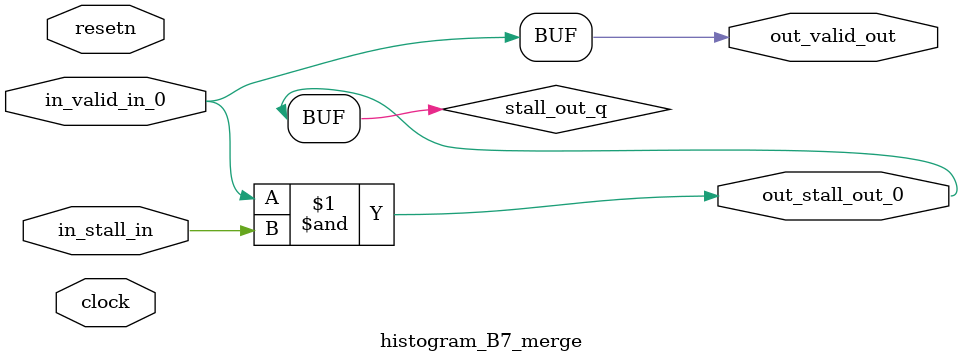
<source format=sv>



(* altera_attribute = "-name AUTO_SHIFT_REGISTER_RECOGNITION OFF; -name MESSAGE_DISABLE 10036; -name MESSAGE_DISABLE 10037; -name MESSAGE_DISABLE 14130; -name MESSAGE_DISABLE 14320; -name MESSAGE_DISABLE 15400; -name MESSAGE_DISABLE 14130; -name MESSAGE_DISABLE 10036; -name MESSAGE_DISABLE 12020; -name MESSAGE_DISABLE 12030; -name MESSAGE_DISABLE 12010; -name MESSAGE_DISABLE 12110; -name MESSAGE_DISABLE 14320; -name MESSAGE_DISABLE 13410; -name MESSAGE_DISABLE 113007; -name MESSAGE_DISABLE 10958" *)
module histogram_B7_merge (
    input wire [0:0] in_stall_in,
    input wire [0:0] in_valid_in_0,
    output wire [0:0] out_stall_out_0,
    output wire [0:0] out_valid_out,
    input wire clock,
    input wire resetn
    );

    wire [0:0] stall_out_q;


    // stall_out(LOGICAL,6)
    assign stall_out_q = in_valid_in_0 & in_stall_in;

    // out_stall_out_0(GPOUT,4)
    assign out_stall_out_0 = stall_out_q;

    // out_valid_out(GPOUT,5)
    assign out_valid_out = in_valid_in_0;

endmodule

</source>
